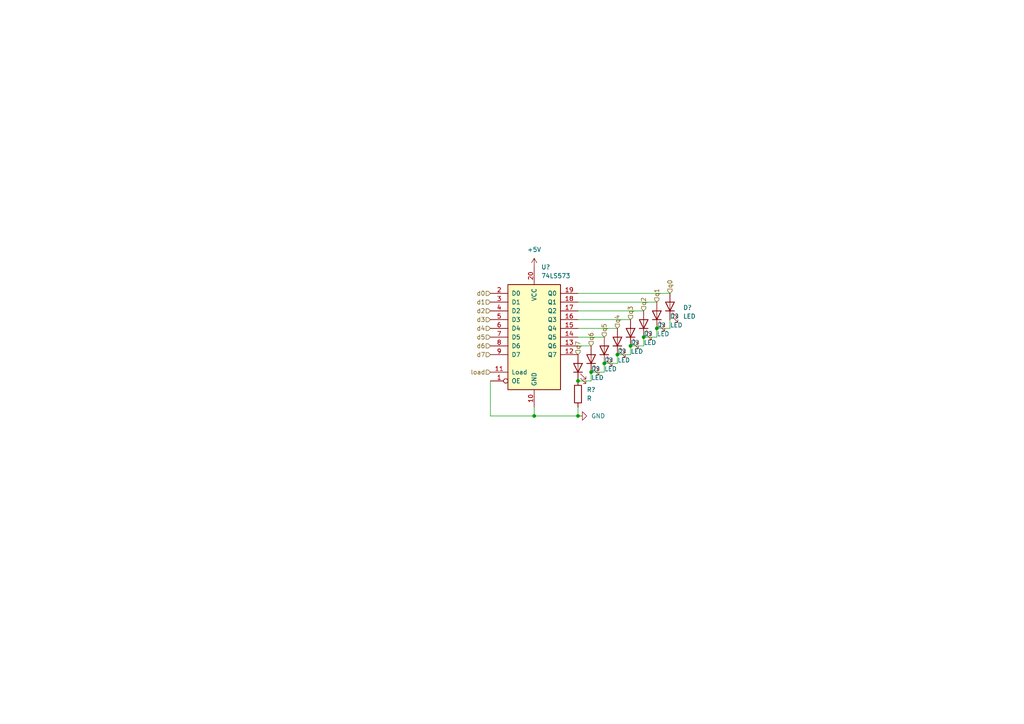
<source format=kicad_sch>
(kicad_sch (version 20211123) (generator eeschema)
  (paper "A4")
  (lib_symbols
    (symbol "74xx:74LS573" (pin_names (offset 1.016))
      (property "Reference" "U" (at -7.62 16.51 0))
      (property "Value" "74LS573" (at -7.62 -16.51 0))
      (symbol "74LS573_1_0"
        (pin input inverted (at -12.7 -12.7 0) (length 5.08) (name "OE") (number "1"))
        (pin power_in line (at 0 -20.32 90) (length 5.08) (name "GND") (number "10"))
        (pin input line (at -12.7 -10.16 0) (length 5.08) (name "Load") (number "11"))
        (pin tri_state line (at 12.7 -5.08 180) (length 5.08) (name "Q7") (number "12"))
        (pin tri_state line (at 12.7 -2.54 180) (length 5.08) (name "Q6") (number "13"))
        (pin tri_state line (at 12.7 0 180) (length 5.08) (name "Q5") (number "14"))
        (pin tri_state line (at 12.7 2.54 180) (length 5.08) (name "Q4") (number "15"))
        (pin tri_state line (at 12.7 5.08 180) (length 5.08) (name "Q3") (number "16"))
        (pin tri_state line (at 12.7 7.62 180) (length 5.08) (name "Q2") (number "17"))
        (pin tri_state line (at 12.7 10.16 180) (length 5.08) (name "Q1") (number "18"))
        (pin tri_state line (at 12.7 12.7 180) (length 5.08) (name "Q0") (number "19"))
        (pin input line (at -12.7 12.7 0) (length 5.08) (name "D0") (number "2"))
        (pin power_in line (at 0 20.32 270) (length 5.08) (name "VCC") (number "20"))
        (pin input line (at -12.7 10.16 0) (length 5.08) (name "D1") (number "3"))
        (pin input line (at -12.7 7.62 0) (length 5.08) (name "D2") (number "4"))
        (pin input line (at -12.7 5.08 0) (length 5.08) (name "D3") (number "5"))
        (pin input line (at -12.7 2.54 0) (length 5.08) (name "D4") (number "6"))
        (pin input line (at -12.7 0 0) (length 5.08) (name "D5") (number "7"))
        (pin input line (at -12.7 -2.54 0) (length 5.08) (name "D6") (number "8"))
        (pin input line (at -12.7 -5.08 0) (length 5.08) (name "D7") (number "9"))
      )
      (symbol "74LS573_1_1"
        (rectangle (start -7.62 15.24) (end 7.62 -15.24) (stroke (width 0.254)) (fill (type background)))
      )
    )
    (symbol "Device:LED" (pin_numbers hide) (pin_names (offset 1.016) hide)
      (property "Reference" "D" (at 0 2.54 0))
      (property "Value" "LED" (at 0 -2.54 0))
      (symbol "LED_0_1"
        (polyline (pts (xy -1.27 -1.27) (xy -1.27 1.27)) (stroke (width 0.254)))
        (polyline (pts (xy -1.27 0) (xy 1.27 0)))
        (polyline (pts (xy 1.27 -1.27) (xy 1.27 1.27) (xy -1.27 0) (xy 1.27 -1.27)) (stroke (width 0.254)))
        (polyline (pts (xy -3.048 -0.762) (xy -4.572 -2.286) (xy -3.81 -2.286) (xy -4.572 -2.286) (xy -4.572 -1.524)))
        (polyline (pts (xy -1.778 -0.762) (xy -3.302 -2.286) (xy -2.54 -2.286) (xy -3.302 -2.286) (xy -3.302 -1.524)))
      )
      (symbol "LED_1_1"
        (pin passive line (at -3.81 0 0) (length 2.54) (name "K") (number "1"))
        (pin passive line (at 3.81 0 180) (length 2.54) (name "A") (number "2"))
      )
    )
    (symbol "Device:R" (pin_numbers hide) (pin_names (offset 0))
      (property "Reference" "R" (at 2.032 0 90))
      (property "Value" "R" (at 0 0 90))
      (symbol "R_0_1"
        (rectangle (start -1.016 -2.54) (end 1.016 2.54) (stroke (width 0.254)))
      )
      (symbol "R_1_1"
        (pin passive line (at 0 3.81 270) (length 1.27) (name "~") (number "1"))
        (pin passive line (at 0 -3.81 90) (length 1.27) (name "~") (number "2"))
      )
    )
    (symbol "power:+5V" (power) (pin_names (offset 0))
      (property "Value" "+5V" (at 0 3.556 0))
      (symbol "+5V_0_1"
        (polyline (pts (xy -0.762 1.27) (xy 0 2.54)))
        (polyline (pts (xy 0 0) (xy 0 2.54)))
        (polyline (pts (xy 0 2.54) (xy 0.762 1.27)))
      )
      (symbol "+5V_1_1"
        (pin power_in line (at 0 0 90) (length 0) hide (name "+5V") (number "1"))
      )
    )
    (symbol "power:GND" (power) (pin_names (offset 0))
      (property "Value" "GND" (at 0 -3.81 0))
      (symbol "GND_0_1"
        (polyline (pts (xy 0 0) (xy 0 -1.27) (xy 1.27 -1.27) (xy 0 -2.54) (xy -1.27 -1.27) (xy 0 -1.27)))
      )
      (symbol "GND_1_1"
        (pin power_in line (at 0 0 270) (length 0) hide (name "GND") (number "1"))
      )
    )
  )
  (junction (at 182.88 100.33))
  (junction (at 171.45 107.95))
  (junction (at 167.64 120.65))
  (junction (at 186.69 97.79))
  (junction (at 179.07 102.87))
  (junction (at 175.26 105.41))
  (junction (at 167.64 110.49))
  (junction (at 190.5 95.25))
  (junction (at 154.94 120.65))
  (wire (pts (xy 167.64 97.79) (xy 175.26 97.79)))
  (wire (pts (xy 167.64 85.09) (xy 194.31 85.09)))
  (wire (pts (xy 190.5 97.79) (xy 186.69 97.79)))
  (wire (pts (xy 175.26 107.95) (xy 171.45 107.95)))
  (wire (pts (xy 175.26 105.41) (xy 175.26 107.95)))
  (wire (pts (xy 182.88 100.33) (xy 182.88 102.87)))
  (wire (pts (xy 142.24 110.49) (xy 142.24 120.65)))
  (wire (pts (xy 186.69 100.33) (xy 182.88 100.33)))
  (wire (pts (xy 167.64 90.17) (xy 186.69 90.17)))
  (wire (pts (xy 194.31 95.25) (xy 190.5 95.25)))
  (wire (pts (xy 167.64 87.63) (xy 190.5 87.63)))
  (wire (pts (xy 142.24 120.65) (xy 154.94 120.65)))
  (wire (pts (xy 154.94 120.65) (xy 167.64 120.65)))
  (wire (pts (xy 171.45 107.95) (xy 171.45 110.49)))
  (wire (pts (xy 179.07 102.87) (xy 179.07 105.41)))
  (wire (pts (xy 186.69 97.79) (xy 186.69 100.33)))
  (wire (pts (xy 154.94 118.11) (xy 154.94 120.65)))
  (wire (pts (xy 167.64 100.33) (xy 171.45 100.33)))
  (wire (pts (xy 167.64 120.65) (xy 167.64 118.11)))
  (wire (pts (xy 194.31 92.71) (xy 194.31 95.25)))
  (wire (pts (xy 167.64 95.25) (xy 179.07 95.25)))
  (wire (pts (xy 190.5 95.25) (xy 190.5 97.79)))
  (wire (pts (xy 171.45 110.49) (xy 167.64 110.49)))
  (wire (pts (xy 179.07 105.41) (xy 175.26 105.41)))
  (wire (pts (xy 182.88 102.87) (xy 179.07 102.87)))
  (wire (pts (xy 167.64 92.71) (xy 182.88 92.71)))
  (hierarchical_label "d6" (shape input) (at 142.24 100.33 180))
  (hierarchical_label "q1" (shape input) (at 190.5 87.63 90))
  (hierarchical_label "d5" (shape input) (at 142.24 97.79 180))
  (hierarchical_label "d4" (shape input) (at 142.24 95.25 180))
  (hierarchical_label "q6" (shape input) (at 171.45 100.33 90))
  (hierarchical_label "q7" (shape input) (at 167.64 102.87 90))
  (hierarchical_label "q0" (shape input) (at 194.31 85.09 90))
  (hierarchical_label "q5" (shape input) (at 175.26 97.79 90))
  (hierarchical_label "d7" (shape input) (at 142.24 102.87 180))
  (hierarchical_label "q3" (shape input) (at 182.88 92.71 90))
  (hierarchical_label "d2" (shape input) (at 142.24 90.17 180))
  (hierarchical_label "d1" (shape input) (at 142.24 87.63 180))
  (hierarchical_label "load" (shape input) (at 142.24 107.95 180))
  (hierarchical_label "d3" (shape input) (at 142.24 92.71 180))
  (hierarchical_label "d0" (shape input) (at 142.24 85.09 180))
  (hierarchical_label "q4" (shape input) (at 179.07 95.25 90))
  (hierarchical_label "q2" (shape input) (at 186.69 90.17 90))
  (symbol (lib_id "Device:LED") (at 190.5 91.44 90)
    (property "Reference" "D?" (at 194.31 91.7574 90) (effects (justify right)))
    (property "Value" "LED" (at 194.31 94.2974 90) (effects (justify right)))
  )
  (symbol (lib_id "74xx:74LS573") (at 154.94 97.79 0)
    (property "Reference" "U?" (at 156.9594 77.47 0) (effects (justify left)))
    (property "Value" "74LS573" (at 156.9594 80.01 0) (effects (justify left)))
    (property "Datasheet" "74xx/74hc573.pdf" (effects hide))
  )
  (symbol (lib_id "Device:LED") (at 167.64 106.68 90)
    (property "Reference" "D?" (at 171.45 106.9974 90) (effects (justify right)))
    (property "Value" "LED" (at 171.45 109.5374 90) (effects (justify right)))
  )
  (symbol (lib_id "power:GND") (at 167.64 120.65 90)
    (property "Reference" "#PWR?" (effects hide))
    (property "Value" "GND" (at 171.45 120.6499 90) (effects (justify right)))
  )
  (symbol (lib_id "Device:LED") (at 175.26 101.6 90)
    (property "Reference" "D?" (at 179.07 101.9174 90) (effects (justify right)))
    (property "Value" "LED" (at 179.07 104.4574 90) (effects (justify right)))
  )
  (symbol (lib_id "Device:LED") (at 179.07 99.06 90)
    (property "Reference" "D?" (at 182.88 99.3774 90) (effects (justify right)))
    (property "Value" "LED" (at 182.88 101.9174 90) (effects (justify right)))
  )
  (symbol (lib_id "Device:LED") (at 171.45 104.14 90)
    (property "Reference" "D?" (at 175.26 104.4574 90) (effects (justify right)))
    (property "Value" "LED" (at 175.26 106.9974 90) (effects (justify right)))
  )
  (symbol (lib_id "power:+5V") (at 154.94 77.47 0)
    (property "Reference" "#PWR?" (effects hide))
    (property "Value" "+5V" (at 154.94 72.39 0))
  )
  (symbol (lib_id "Device:R") (at 167.64 114.3 180)
    (property "Reference" "R?" (at 170.18 113.0299 0) (effects (justify right)))
    (property "Value" "R" (at 170.18 115.5699 0) (effects (justify right)))
  )
  (symbol (lib_id "Device:LED") (at 194.31 88.9 90)
    (property "Reference" "D?" (at 198.12 89.2174 90) (effects (justify right)))
    (property "Value" "LED" (at 198.12 91.7574 90) (effects (justify right)))
  )
  (symbol (lib_id "Device:LED") (at 182.88 96.52 90)
    (property "Reference" "D?" (at 186.69 96.8374 90) (effects (justify right)))
    (property "Value" "LED" (at 186.69 99.3774 90) (effects (justify right)))
  )
  (symbol (lib_id "Device:LED") (at 186.69 93.98 90)
    (property "Reference" "D?" (at 190.5 94.2974 90) (effects (justify right)))
    (property "Value" "LED" (at 190.5 96.8374 90) (effects (justify right)))
  )
)
</source>
